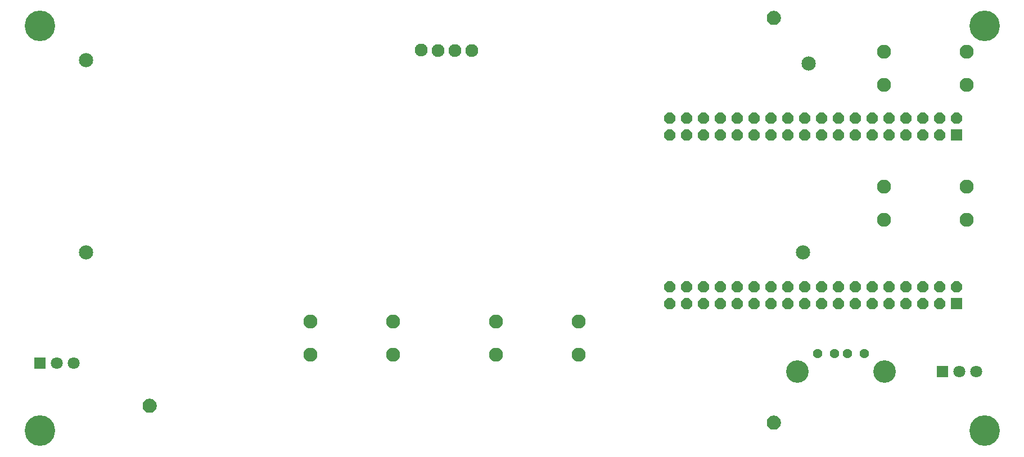
<source format=gbr>
G04 EAGLE Gerber RS-274X export*
G75*
%MOMM*%
%FSLAX34Y34*%
%LPD*%
%INSoldermask Bottom*%
%IPPOS*%
%AMOC8*
5,1,8,0,0,1.08239X$1,22.5*%
G01*
%ADD10C,2.152400*%
%ADD11C,1.930400*%
%ADD12R,1.676400X1.676400*%
%ADD13P,1.814519X8X202.500000*%
%ADD14C,2.112400*%
%ADD15R,1.803400X1.803400*%
%ADD16C,1.803400*%
%ADD17C,1.432562*%
%ADD18C,3.388362*%
%ADD19C,4.597400*%
%ADD20C,0.609600*%
%ADD21C,1.168400*%


D10*
X107700Y306700D03*
X1187700Y306700D03*
X107700Y596700D03*
X1196140Y591000D03*
D11*
X612700Y611700D03*
X637540Y611000D03*
X662940Y611000D03*
X688340Y611000D03*
D12*
X1419000Y229900D03*
D13*
X1419000Y255300D03*
X1393600Y229900D03*
X1393600Y255300D03*
X1368200Y229900D03*
X1368200Y255300D03*
X1342800Y229900D03*
X1342800Y255300D03*
X1317400Y229900D03*
X1317400Y255300D03*
X1292000Y229900D03*
X1292000Y255300D03*
X1266600Y229900D03*
X1266600Y255300D03*
X1241200Y229900D03*
X1241200Y255300D03*
X1215800Y229900D03*
X1215800Y255300D03*
X1190400Y229900D03*
X1190400Y255300D03*
X1165000Y229900D03*
X1165000Y255300D03*
X1139600Y229900D03*
X1139600Y255300D03*
X1114200Y229900D03*
X1114200Y255300D03*
X1088800Y229900D03*
X1088800Y255300D03*
X1063400Y229900D03*
X1063400Y255300D03*
X1038000Y229900D03*
X1038000Y255300D03*
X1012600Y229900D03*
X1012600Y255300D03*
X987200Y229900D03*
X987200Y255300D03*
D12*
X1419000Y483900D03*
D13*
X1419000Y509300D03*
X1393600Y483900D03*
X1393600Y509300D03*
X1368200Y483900D03*
X1368200Y509300D03*
X1342800Y483900D03*
X1342800Y509300D03*
X1317400Y483900D03*
X1317400Y509300D03*
X1292000Y483900D03*
X1292000Y509300D03*
X1266600Y483900D03*
X1266600Y509300D03*
X1241200Y483900D03*
X1241200Y509300D03*
X1215800Y483900D03*
X1215800Y509300D03*
X1190400Y483900D03*
X1190400Y509300D03*
X1165000Y483900D03*
X1165000Y509300D03*
X1139600Y483900D03*
X1139600Y509300D03*
X1114200Y483900D03*
X1114200Y509300D03*
X1088800Y483900D03*
X1088800Y509300D03*
X1063400Y483900D03*
X1063400Y509300D03*
X1038000Y483900D03*
X1038000Y509300D03*
X1012600Y483900D03*
X1012600Y509300D03*
X987200Y483900D03*
X987200Y509300D03*
D14*
X849900Y202800D03*
X849900Y152800D03*
X724900Y152800D03*
X724900Y202800D03*
X570500Y202800D03*
X570500Y152800D03*
X445500Y152800D03*
X445500Y202800D03*
X1434100Y609200D03*
X1434100Y559200D03*
X1309100Y559200D03*
X1309100Y609200D03*
X1434100Y406000D03*
X1434100Y356000D03*
X1309100Y356000D03*
X1309100Y406000D03*
D15*
X1397000Y127000D03*
D16*
X1422400Y127000D03*
X1447800Y127000D03*
D15*
X38100Y139700D03*
D16*
X63500Y139700D03*
X88900Y139700D03*
D17*
X1279525Y154178D03*
X1254633Y154178D03*
X1234567Y154178D03*
X1209675Y154178D03*
D18*
X1178941Y127000D03*
X1310259Y127000D03*
D19*
X38100Y38100D03*
X1460500Y38100D03*
X38100Y647700D03*
X1460500Y647700D03*
D20*
X195580Y76200D02*
X195582Y76387D01*
X195589Y76574D01*
X195601Y76761D01*
X195617Y76947D01*
X195637Y77133D01*
X195662Y77318D01*
X195692Y77503D01*
X195726Y77687D01*
X195765Y77870D01*
X195808Y78052D01*
X195856Y78232D01*
X195908Y78412D01*
X195965Y78590D01*
X196025Y78767D01*
X196091Y78942D01*
X196160Y79116D01*
X196234Y79288D01*
X196312Y79458D01*
X196394Y79626D01*
X196480Y79792D01*
X196570Y79956D01*
X196664Y80117D01*
X196762Y80277D01*
X196864Y80433D01*
X196970Y80588D01*
X197080Y80739D01*
X197193Y80888D01*
X197310Y81034D01*
X197430Y81177D01*
X197554Y81317D01*
X197681Y81454D01*
X197812Y81588D01*
X197946Y81719D01*
X198083Y81846D01*
X198223Y81970D01*
X198366Y82090D01*
X198512Y82207D01*
X198661Y82320D01*
X198812Y82430D01*
X198967Y82536D01*
X199123Y82638D01*
X199283Y82736D01*
X199444Y82830D01*
X199608Y82920D01*
X199774Y83006D01*
X199942Y83088D01*
X200112Y83166D01*
X200284Y83240D01*
X200458Y83309D01*
X200633Y83375D01*
X200810Y83435D01*
X200988Y83492D01*
X201168Y83544D01*
X201348Y83592D01*
X201530Y83635D01*
X201713Y83674D01*
X201897Y83708D01*
X202082Y83738D01*
X202267Y83763D01*
X202453Y83783D01*
X202639Y83799D01*
X202826Y83811D01*
X203013Y83818D01*
X203200Y83820D01*
X203387Y83818D01*
X203574Y83811D01*
X203761Y83799D01*
X203947Y83783D01*
X204133Y83763D01*
X204318Y83738D01*
X204503Y83708D01*
X204687Y83674D01*
X204870Y83635D01*
X205052Y83592D01*
X205232Y83544D01*
X205412Y83492D01*
X205590Y83435D01*
X205767Y83375D01*
X205942Y83309D01*
X206116Y83240D01*
X206288Y83166D01*
X206458Y83088D01*
X206626Y83006D01*
X206792Y82920D01*
X206956Y82830D01*
X207117Y82736D01*
X207277Y82638D01*
X207433Y82536D01*
X207588Y82430D01*
X207739Y82320D01*
X207888Y82207D01*
X208034Y82090D01*
X208177Y81970D01*
X208317Y81846D01*
X208454Y81719D01*
X208588Y81588D01*
X208719Y81454D01*
X208846Y81317D01*
X208970Y81177D01*
X209090Y81034D01*
X209207Y80888D01*
X209320Y80739D01*
X209430Y80588D01*
X209536Y80433D01*
X209638Y80277D01*
X209736Y80117D01*
X209830Y79956D01*
X209920Y79792D01*
X210006Y79626D01*
X210088Y79458D01*
X210166Y79288D01*
X210240Y79116D01*
X210309Y78942D01*
X210375Y78767D01*
X210435Y78590D01*
X210492Y78412D01*
X210544Y78232D01*
X210592Y78052D01*
X210635Y77870D01*
X210674Y77687D01*
X210708Y77503D01*
X210738Y77318D01*
X210763Y77133D01*
X210783Y76947D01*
X210799Y76761D01*
X210811Y76574D01*
X210818Y76387D01*
X210820Y76200D01*
X210818Y76013D01*
X210811Y75826D01*
X210799Y75639D01*
X210783Y75453D01*
X210763Y75267D01*
X210738Y75082D01*
X210708Y74897D01*
X210674Y74713D01*
X210635Y74530D01*
X210592Y74348D01*
X210544Y74168D01*
X210492Y73988D01*
X210435Y73810D01*
X210375Y73633D01*
X210309Y73458D01*
X210240Y73284D01*
X210166Y73112D01*
X210088Y72942D01*
X210006Y72774D01*
X209920Y72608D01*
X209830Y72444D01*
X209736Y72283D01*
X209638Y72123D01*
X209536Y71967D01*
X209430Y71812D01*
X209320Y71661D01*
X209207Y71512D01*
X209090Y71366D01*
X208970Y71223D01*
X208846Y71083D01*
X208719Y70946D01*
X208588Y70812D01*
X208454Y70681D01*
X208317Y70554D01*
X208177Y70430D01*
X208034Y70310D01*
X207888Y70193D01*
X207739Y70080D01*
X207588Y69970D01*
X207433Y69864D01*
X207277Y69762D01*
X207117Y69664D01*
X206956Y69570D01*
X206792Y69480D01*
X206626Y69394D01*
X206458Y69312D01*
X206288Y69234D01*
X206116Y69160D01*
X205942Y69091D01*
X205767Y69025D01*
X205590Y68965D01*
X205412Y68908D01*
X205232Y68856D01*
X205052Y68808D01*
X204870Y68765D01*
X204687Y68726D01*
X204503Y68692D01*
X204318Y68662D01*
X204133Y68637D01*
X203947Y68617D01*
X203761Y68601D01*
X203574Y68589D01*
X203387Y68582D01*
X203200Y68580D01*
X203013Y68582D01*
X202826Y68589D01*
X202639Y68601D01*
X202453Y68617D01*
X202267Y68637D01*
X202082Y68662D01*
X201897Y68692D01*
X201713Y68726D01*
X201530Y68765D01*
X201348Y68808D01*
X201168Y68856D01*
X200988Y68908D01*
X200810Y68965D01*
X200633Y69025D01*
X200458Y69091D01*
X200284Y69160D01*
X200112Y69234D01*
X199942Y69312D01*
X199774Y69394D01*
X199608Y69480D01*
X199444Y69570D01*
X199283Y69664D01*
X199123Y69762D01*
X198967Y69864D01*
X198812Y69970D01*
X198661Y70080D01*
X198512Y70193D01*
X198366Y70310D01*
X198223Y70430D01*
X198083Y70554D01*
X197946Y70681D01*
X197812Y70812D01*
X197681Y70946D01*
X197554Y71083D01*
X197430Y71223D01*
X197310Y71366D01*
X197193Y71512D01*
X197080Y71661D01*
X196970Y71812D01*
X196864Y71967D01*
X196762Y72123D01*
X196664Y72283D01*
X196570Y72444D01*
X196480Y72608D01*
X196394Y72774D01*
X196312Y72942D01*
X196234Y73112D01*
X196160Y73284D01*
X196091Y73458D01*
X196025Y73633D01*
X195965Y73810D01*
X195908Y73988D01*
X195856Y74168D01*
X195808Y74348D01*
X195765Y74530D01*
X195726Y74713D01*
X195692Y74897D01*
X195662Y75082D01*
X195637Y75267D01*
X195617Y75453D01*
X195601Y75639D01*
X195589Y75826D01*
X195582Y76013D01*
X195580Y76200D01*
D21*
X203200Y76200D03*
D20*
X1135380Y50800D02*
X1135382Y50987D01*
X1135389Y51174D01*
X1135401Y51361D01*
X1135417Y51547D01*
X1135437Y51733D01*
X1135462Y51918D01*
X1135492Y52103D01*
X1135526Y52287D01*
X1135565Y52470D01*
X1135608Y52652D01*
X1135656Y52832D01*
X1135708Y53012D01*
X1135765Y53190D01*
X1135825Y53367D01*
X1135891Y53542D01*
X1135960Y53716D01*
X1136034Y53888D01*
X1136112Y54058D01*
X1136194Y54226D01*
X1136280Y54392D01*
X1136370Y54556D01*
X1136464Y54717D01*
X1136562Y54877D01*
X1136664Y55033D01*
X1136770Y55188D01*
X1136880Y55339D01*
X1136993Y55488D01*
X1137110Y55634D01*
X1137230Y55777D01*
X1137354Y55917D01*
X1137481Y56054D01*
X1137612Y56188D01*
X1137746Y56319D01*
X1137883Y56446D01*
X1138023Y56570D01*
X1138166Y56690D01*
X1138312Y56807D01*
X1138461Y56920D01*
X1138612Y57030D01*
X1138767Y57136D01*
X1138923Y57238D01*
X1139083Y57336D01*
X1139244Y57430D01*
X1139408Y57520D01*
X1139574Y57606D01*
X1139742Y57688D01*
X1139912Y57766D01*
X1140084Y57840D01*
X1140258Y57909D01*
X1140433Y57975D01*
X1140610Y58035D01*
X1140788Y58092D01*
X1140968Y58144D01*
X1141148Y58192D01*
X1141330Y58235D01*
X1141513Y58274D01*
X1141697Y58308D01*
X1141882Y58338D01*
X1142067Y58363D01*
X1142253Y58383D01*
X1142439Y58399D01*
X1142626Y58411D01*
X1142813Y58418D01*
X1143000Y58420D01*
X1143187Y58418D01*
X1143374Y58411D01*
X1143561Y58399D01*
X1143747Y58383D01*
X1143933Y58363D01*
X1144118Y58338D01*
X1144303Y58308D01*
X1144487Y58274D01*
X1144670Y58235D01*
X1144852Y58192D01*
X1145032Y58144D01*
X1145212Y58092D01*
X1145390Y58035D01*
X1145567Y57975D01*
X1145742Y57909D01*
X1145916Y57840D01*
X1146088Y57766D01*
X1146258Y57688D01*
X1146426Y57606D01*
X1146592Y57520D01*
X1146756Y57430D01*
X1146917Y57336D01*
X1147077Y57238D01*
X1147233Y57136D01*
X1147388Y57030D01*
X1147539Y56920D01*
X1147688Y56807D01*
X1147834Y56690D01*
X1147977Y56570D01*
X1148117Y56446D01*
X1148254Y56319D01*
X1148388Y56188D01*
X1148519Y56054D01*
X1148646Y55917D01*
X1148770Y55777D01*
X1148890Y55634D01*
X1149007Y55488D01*
X1149120Y55339D01*
X1149230Y55188D01*
X1149336Y55033D01*
X1149438Y54877D01*
X1149536Y54717D01*
X1149630Y54556D01*
X1149720Y54392D01*
X1149806Y54226D01*
X1149888Y54058D01*
X1149966Y53888D01*
X1150040Y53716D01*
X1150109Y53542D01*
X1150175Y53367D01*
X1150235Y53190D01*
X1150292Y53012D01*
X1150344Y52832D01*
X1150392Y52652D01*
X1150435Y52470D01*
X1150474Y52287D01*
X1150508Y52103D01*
X1150538Y51918D01*
X1150563Y51733D01*
X1150583Y51547D01*
X1150599Y51361D01*
X1150611Y51174D01*
X1150618Y50987D01*
X1150620Y50800D01*
X1150618Y50613D01*
X1150611Y50426D01*
X1150599Y50239D01*
X1150583Y50053D01*
X1150563Y49867D01*
X1150538Y49682D01*
X1150508Y49497D01*
X1150474Y49313D01*
X1150435Y49130D01*
X1150392Y48948D01*
X1150344Y48768D01*
X1150292Y48588D01*
X1150235Y48410D01*
X1150175Y48233D01*
X1150109Y48058D01*
X1150040Y47884D01*
X1149966Y47712D01*
X1149888Y47542D01*
X1149806Y47374D01*
X1149720Y47208D01*
X1149630Y47044D01*
X1149536Y46883D01*
X1149438Y46723D01*
X1149336Y46567D01*
X1149230Y46412D01*
X1149120Y46261D01*
X1149007Y46112D01*
X1148890Y45966D01*
X1148770Y45823D01*
X1148646Y45683D01*
X1148519Y45546D01*
X1148388Y45412D01*
X1148254Y45281D01*
X1148117Y45154D01*
X1147977Y45030D01*
X1147834Y44910D01*
X1147688Y44793D01*
X1147539Y44680D01*
X1147388Y44570D01*
X1147233Y44464D01*
X1147077Y44362D01*
X1146917Y44264D01*
X1146756Y44170D01*
X1146592Y44080D01*
X1146426Y43994D01*
X1146258Y43912D01*
X1146088Y43834D01*
X1145916Y43760D01*
X1145742Y43691D01*
X1145567Y43625D01*
X1145390Y43565D01*
X1145212Y43508D01*
X1145032Y43456D01*
X1144852Y43408D01*
X1144670Y43365D01*
X1144487Y43326D01*
X1144303Y43292D01*
X1144118Y43262D01*
X1143933Y43237D01*
X1143747Y43217D01*
X1143561Y43201D01*
X1143374Y43189D01*
X1143187Y43182D01*
X1143000Y43180D01*
X1142813Y43182D01*
X1142626Y43189D01*
X1142439Y43201D01*
X1142253Y43217D01*
X1142067Y43237D01*
X1141882Y43262D01*
X1141697Y43292D01*
X1141513Y43326D01*
X1141330Y43365D01*
X1141148Y43408D01*
X1140968Y43456D01*
X1140788Y43508D01*
X1140610Y43565D01*
X1140433Y43625D01*
X1140258Y43691D01*
X1140084Y43760D01*
X1139912Y43834D01*
X1139742Y43912D01*
X1139574Y43994D01*
X1139408Y44080D01*
X1139244Y44170D01*
X1139083Y44264D01*
X1138923Y44362D01*
X1138767Y44464D01*
X1138612Y44570D01*
X1138461Y44680D01*
X1138312Y44793D01*
X1138166Y44910D01*
X1138023Y45030D01*
X1137883Y45154D01*
X1137746Y45281D01*
X1137612Y45412D01*
X1137481Y45546D01*
X1137354Y45683D01*
X1137230Y45823D01*
X1137110Y45966D01*
X1136993Y46112D01*
X1136880Y46261D01*
X1136770Y46412D01*
X1136664Y46567D01*
X1136562Y46723D01*
X1136464Y46883D01*
X1136370Y47044D01*
X1136280Y47208D01*
X1136194Y47374D01*
X1136112Y47542D01*
X1136034Y47712D01*
X1135960Y47884D01*
X1135891Y48058D01*
X1135825Y48233D01*
X1135765Y48410D01*
X1135708Y48588D01*
X1135656Y48768D01*
X1135608Y48948D01*
X1135565Y49130D01*
X1135526Y49313D01*
X1135492Y49497D01*
X1135462Y49682D01*
X1135437Y49867D01*
X1135417Y50053D01*
X1135401Y50239D01*
X1135389Y50426D01*
X1135382Y50613D01*
X1135380Y50800D01*
D21*
X1143000Y50800D03*
D20*
X1135380Y660400D02*
X1135382Y660587D01*
X1135389Y660774D01*
X1135401Y660961D01*
X1135417Y661147D01*
X1135437Y661333D01*
X1135462Y661518D01*
X1135492Y661703D01*
X1135526Y661887D01*
X1135565Y662070D01*
X1135608Y662252D01*
X1135656Y662432D01*
X1135708Y662612D01*
X1135765Y662790D01*
X1135825Y662967D01*
X1135891Y663142D01*
X1135960Y663316D01*
X1136034Y663488D01*
X1136112Y663658D01*
X1136194Y663826D01*
X1136280Y663992D01*
X1136370Y664156D01*
X1136464Y664317D01*
X1136562Y664477D01*
X1136664Y664633D01*
X1136770Y664788D01*
X1136880Y664939D01*
X1136993Y665088D01*
X1137110Y665234D01*
X1137230Y665377D01*
X1137354Y665517D01*
X1137481Y665654D01*
X1137612Y665788D01*
X1137746Y665919D01*
X1137883Y666046D01*
X1138023Y666170D01*
X1138166Y666290D01*
X1138312Y666407D01*
X1138461Y666520D01*
X1138612Y666630D01*
X1138767Y666736D01*
X1138923Y666838D01*
X1139083Y666936D01*
X1139244Y667030D01*
X1139408Y667120D01*
X1139574Y667206D01*
X1139742Y667288D01*
X1139912Y667366D01*
X1140084Y667440D01*
X1140258Y667509D01*
X1140433Y667575D01*
X1140610Y667635D01*
X1140788Y667692D01*
X1140968Y667744D01*
X1141148Y667792D01*
X1141330Y667835D01*
X1141513Y667874D01*
X1141697Y667908D01*
X1141882Y667938D01*
X1142067Y667963D01*
X1142253Y667983D01*
X1142439Y667999D01*
X1142626Y668011D01*
X1142813Y668018D01*
X1143000Y668020D01*
X1143187Y668018D01*
X1143374Y668011D01*
X1143561Y667999D01*
X1143747Y667983D01*
X1143933Y667963D01*
X1144118Y667938D01*
X1144303Y667908D01*
X1144487Y667874D01*
X1144670Y667835D01*
X1144852Y667792D01*
X1145032Y667744D01*
X1145212Y667692D01*
X1145390Y667635D01*
X1145567Y667575D01*
X1145742Y667509D01*
X1145916Y667440D01*
X1146088Y667366D01*
X1146258Y667288D01*
X1146426Y667206D01*
X1146592Y667120D01*
X1146756Y667030D01*
X1146917Y666936D01*
X1147077Y666838D01*
X1147233Y666736D01*
X1147388Y666630D01*
X1147539Y666520D01*
X1147688Y666407D01*
X1147834Y666290D01*
X1147977Y666170D01*
X1148117Y666046D01*
X1148254Y665919D01*
X1148388Y665788D01*
X1148519Y665654D01*
X1148646Y665517D01*
X1148770Y665377D01*
X1148890Y665234D01*
X1149007Y665088D01*
X1149120Y664939D01*
X1149230Y664788D01*
X1149336Y664633D01*
X1149438Y664477D01*
X1149536Y664317D01*
X1149630Y664156D01*
X1149720Y663992D01*
X1149806Y663826D01*
X1149888Y663658D01*
X1149966Y663488D01*
X1150040Y663316D01*
X1150109Y663142D01*
X1150175Y662967D01*
X1150235Y662790D01*
X1150292Y662612D01*
X1150344Y662432D01*
X1150392Y662252D01*
X1150435Y662070D01*
X1150474Y661887D01*
X1150508Y661703D01*
X1150538Y661518D01*
X1150563Y661333D01*
X1150583Y661147D01*
X1150599Y660961D01*
X1150611Y660774D01*
X1150618Y660587D01*
X1150620Y660400D01*
X1150618Y660213D01*
X1150611Y660026D01*
X1150599Y659839D01*
X1150583Y659653D01*
X1150563Y659467D01*
X1150538Y659282D01*
X1150508Y659097D01*
X1150474Y658913D01*
X1150435Y658730D01*
X1150392Y658548D01*
X1150344Y658368D01*
X1150292Y658188D01*
X1150235Y658010D01*
X1150175Y657833D01*
X1150109Y657658D01*
X1150040Y657484D01*
X1149966Y657312D01*
X1149888Y657142D01*
X1149806Y656974D01*
X1149720Y656808D01*
X1149630Y656644D01*
X1149536Y656483D01*
X1149438Y656323D01*
X1149336Y656167D01*
X1149230Y656012D01*
X1149120Y655861D01*
X1149007Y655712D01*
X1148890Y655566D01*
X1148770Y655423D01*
X1148646Y655283D01*
X1148519Y655146D01*
X1148388Y655012D01*
X1148254Y654881D01*
X1148117Y654754D01*
X1147977Y654630D01*
X1147834Y654510D01*
X1147688Y654393D01*
X1147539Y654280D01*
X1147388Y654170D01*
X1147233Y654064D01*
X1147077Y653962D01*
X1146917Y653864D01*
X1146756Y653770D01*
X1146592Y653680D01*
X1146426Y653594D01*
X1146258Y653512D01*
X1146088Y653434D01*
X1145916Y653360D01*
X1145742Y653291D01*
X1145567Y653225D01*
X1145390Y653165D01*
X1145212Y653108D01*
X1145032Y653056D01*
X1144852Y653008D01*
X1144670Y652965D01*
X1144487Y652926D01*
X1144303Y652892D01*
X1144118Y652862D01*
X1143933Y652837D01*
X1143747Y652817D01*
X1143561Y652801D01*
X1143374Y652789D01*
X1143187Y652782D01*
X1143000Y652780D01*
X1142813Y652782D01*
X1142626Y652789D01*
X1142439Y652801D01*
X1142253Y652817D01*
X1142067Y652837D01*
X1141882Y652862D01*
X1141697Y652892D01*
X1141513Y652926D01*
X1141330Y652965D01*
X1141148Y653008D01*
X1140968Y653056D01*
X1140788Y653108D01*
X1140610Y653165D01*
X1140433Y653225D01*
X1140258Y653291D01*
X1140084Y653360D01*
X1139912Y653434D01*
X1139742Y653512D01*
X1139574Y653594D01*
X1139408Y653680D01*
X1139244Y653770D01*
X1139083Y653864D01*
X1138923Y653962D01*
X1138767Y654064D01*
X1138612Y654170D01*
X1138461Y654280D01*
X1138312Y654393D01*
X1138166Y654510D01*
X1138023Y654630D01*
X1137883Y654754D01*
X1137746Y654881D01*
X1137612Y655012D01*
X1137481Y655146D01*
X1137354Y655283D01*
X1137230Y655423D01*
X1137110Y655566D01*
X1136993Y655712D01*
X1136880Y655861D01*
X1136770Y656012D01*
X1136664Y656167D01*
X1136562Y656323D01*
X1136464Y656483D01*
X1136370Y656644D01*
X1136280Y656808D01*
X1136194Y656974D01*
X1136112Y657142D01*
X1136034Y657312D01*
X1135960Y657484D01*
X1135891Y657658D01*
X1135825Y657833D01*
X1135765Y658010D01*
X1135708Y658188D01*
X1135656Y658368D01*
X1135608Y658548D01*
X1135565Y658730D01*
X1135526Y658913D01*
X1135492Y659097D01*
X1135462Y659282D01*
X1135437Y659467D01*
X1135417Y659653D01*
X1135401Y659839D01*
X1135389Y660026D01*
X1135382Y660213D01*
X1135380Y660400D01*
D21*
X1143000Y660400D03*
M02*

</source>
